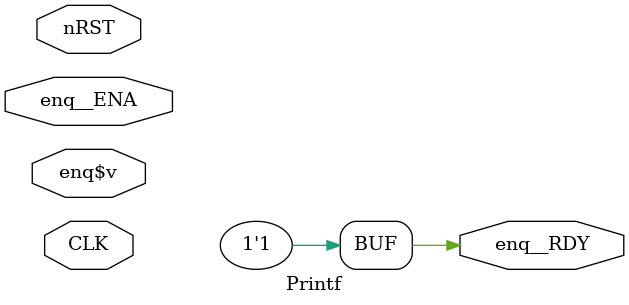
<source format=sv>
`include "printfStub.generated.vh"

`default_nettype none
module Printf (input wire CLK, input wire nRST,
    input wire enq__ENA,
    input wire [(16 + 128) - 1:0]enq$v,
    output wire enq__RDY);
    assign enq__RDY = 1;
endmodule

`default_nettype wire    // set back to default value

</source>
